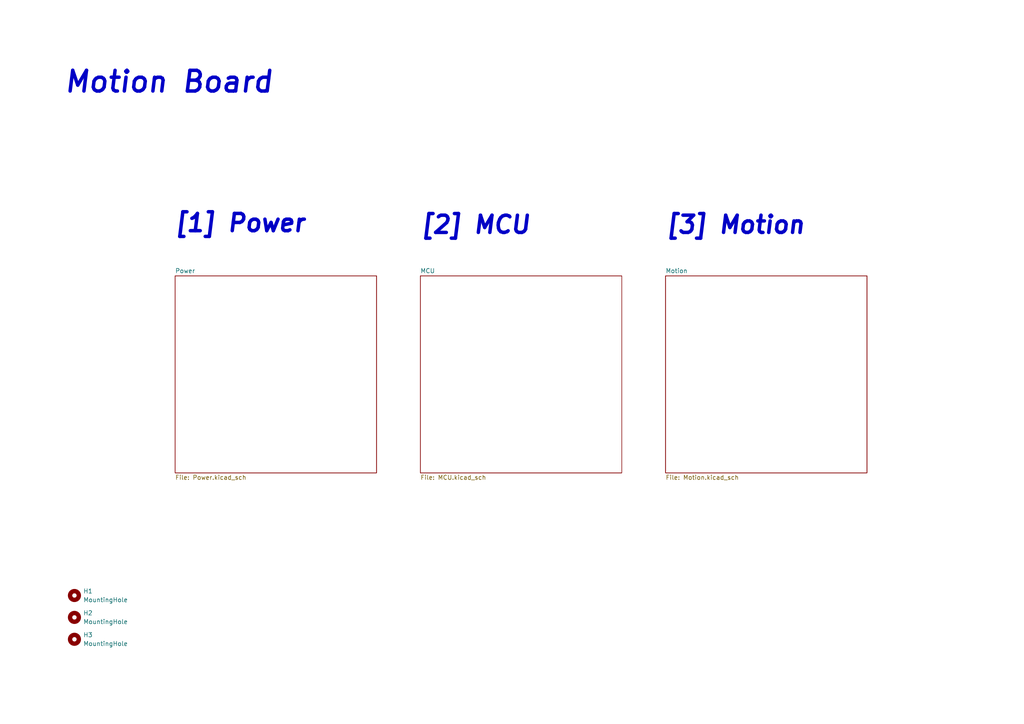
<source format=kicad_sch>
(kicad_sch (version 20231120) (generator "eeschema") (generator_version "8.0")
  (paper "A4")
  (title_block (title "Motion Board") (date "2025-01-13") (rev "B") (company "GlideSense Pro") (comment 1 "Josue Cavazos Jr."))
  (lib_symbols
    (symbol "Mechanical:MountingHole" (pin_names (offset 1.016)) (exclude_from_sim yes) (in_bom no)
      (property "Reference" "H" (at 0 5.08 0))
      (property "Value" "MountingHole" (at 0 3.175 0))
      (symbol "MountingHole_0_1"
        (circle (center 0 0) (radius 1.27) (stroke (width 1.27)))
      )
    )
  )
  (text "[2] MCU" (at 121.666 68.326 0) (effects (font (size 5.0038 5.0038) (thickness 1.0008) (bold yes) (italic yes)) (justify left bottom)))
  (text "[1] Power" (at 50.292 67.818 0) (effects (font (size 5.0038 5.0038) (thickness 1.0008) (bold yes) (italic yes)) (justify left bottom)))
  (text "Motion Board" (at 18.288 27.432 0) (effects (font (size 6 6) (thickness 1.0008) (bold yes) (italic yes)) (justify left bottom)))
  (text "[3] Motion" (at 192.786 68.326 0) (effects (font (size 5.0038 5.0038) (thickness 1.0008) (bold yes) (italic yes)) (justify left bottom)))
  (symbol (lib_id "Mechanical:MountingHole") (at 21.59 179.07 0) (unit 1) (exclude_from_sim yes) (in_bom no)
    (property "Reference" "H2" (at 24.13 177.7999 0) (effects (justify left)))
    (property "Value" "MountingHole" (at 24.13 180.3399 0) (effects (justify left)))
    (property "Footprint" "MountingHole:MountingHole_2.2mm_M2" (effects (hide yes)))
    (property "Description" "Mounting Hole without connection" (effects (hide yes)))
  )
  (symbol (lib_id "Mechanical:MountingHole") (at 21.59 172.72 0) (unit 1) (exclude_from_sim yes) (in_bom no)
    (property "Reference" "H1" (at 24.13 171.4499 0) (effects (justify left)))
    (property "Value" "MountingHole" (at 24.13 173.9899 0) (effects (justify left)))
    (property "Footprint" "MountingHole:MountingHole_2.2mm_M2" (effects (hide yes)))
    (property "Description" "Mounting Hole without connection" (effects (hide yes)))
  )
  (symbol (lib_id "Mechanical:MountingHole") (at 21.59 185.42 0) (unit 1) (exclude_from_sim yes) (in_bom no)
    (property "Reference" "H3" (at 24.13 184.1499 0) (effects (justify left)))
    (property "Value" "MountingHole" (at 24.13 186.6899 0) (effects (justify left)))
    (property "Footprint" "MountingHole:MountingHole_2.2mm_M2" (effects (hide yes)))
    (property "Description" "Mounting Hole without connection" (effects (hide yes)))
  )
  (sheet (at 121.92 80.01) (size 58.42 57.15) (stroke (width 0.1524))
    (property "Sheetname" "MCU" (at 121.92 79.2984 0) (effects (justify left bottom)))
    (property "Sheetfile" "MCU.kicad_sch" (at 121.92 137.7446 0) (effects (justify left top)))
  )
  (sheet (at 50.8 80.01) (size 58.42 57.15) (stroke (width 0.1524))
    (property "Sheetname" "Power" (at 50.8 79.2984 0) (effects (justify left bottom)))
    (property "Sheetfile" "Power.kicad_sch" (at 50.8 137.7446 0) (effects (justify left top)))
  )
  (sheet (at 193.04 80.01) (size 58.42 57.15) (stroke (width 0.1524))
    (property "Sheetname" "Motion" (at 193.04 79.2984 0) (effects (justify left bottom)))
    (property "Sheetfile" "Motion.kicad_sch" (at 193.04 137.7446 0) (effects (justify left top)))
  )
)
</source>
